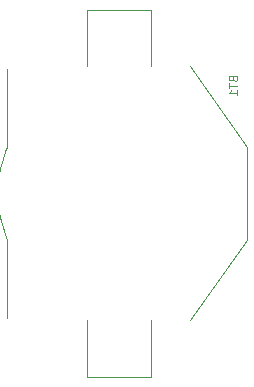
<source format=gbr>
G04 #@! TF.GenerationSoftware,KiCad,Pcbnew,(6.0.7)*
G04 #@! TF.CreationDate,2022-09-04T16:16:14-05:00*
G04 #@! TF.ProjectId,parasite-mini-test,70617261-7369-4746-952d-6d696e692d74,1.2.0*
G04 #@! TF.SameCoordinates,Original*
G04 #@! TF.FileFunction,Legend,Bot*
G04 #@! TF.FilePolarity,Positive*
%FSLAX46Y46*%
G04 Gerber Fmt 4.6, Leading zero omitted, Abs format (unit mm)*
G04 Created by KiCad (PCBNEW (6.0.7)) date 2022-09-04 16:16:14*
%MOMM*%
%LPD*%
G01*
G04 APERTURE LIST*
%ADD10C,0.120000*%
G04 APERTURE END LIST*
D10*
X76750000Y-45200000D02*
X76783333Y-45300000D01*
X76816666Y-45333333D01*
X76883333Y-45366666D01*
X76983333Y-45366666D01*
X77050000Y-45333333D01*
X77083333Y-45300000D01*
X77116666Y-45233333D01*
X77116666Y-44966666D01*
X76416666Y-44966666D01*
X76416666Y-45200000D01*
X76450000Y-45266666D01*
X76483333Y-45300000D01*
X76550000Y-45333333D01*
X76616666Y-45333333D01*
X76683333Y-45300000D01*
X76716666Y-45266666D01*
X76750000Y-45200000D01*
X76750000Y-44966666D01*
X76416666Y-45566666D02*
X76416666Y-45966666D01*
X77116666Y-45766666D02*
X76416666Y-45766666D01*
X77116666Y-46566666D02*
X77116666Y-46166666D01*
X77116666Y-46366666D02*
X76416666Y-46366666D01*
X76516666Y-46300000D01*
X76583333Y-46233333D01*
X76616666Y-46166666D01*
X57600000Y-65450000D02*
X57600000Y-58750000D01*
X69850000Y-39350000D02*
X69850000Y-44150000D01*
X64350000Y-70450000D02*
X64350000Y-65650000D01*
X77950000Y-58850000D02*
X73150000Y-65650000D01*
X57600000Y-44350000D02*
X57600000Y-51050000D01*
X64350000Y-44150000D02*
X64350000Y-39350000D01*
X77950000Y-50950000D02*
X77950000Y-58850000D01*
X64350000Y-39350000D02*
X69850000Y-39350000D01*
X69850000Y-65650000D02*
X69850000Y-70450000D01*
X69850000Y-70450000D02*
X64350000Y-70450000D01*
X73150000Y-44100000D02*
X77950000Y-50950000D01*
X57598536Y-51053615D02*
G75*
G03*
X57600000Y-58750000I9501464J-3846385D01*
G01*
M02*

</source>
